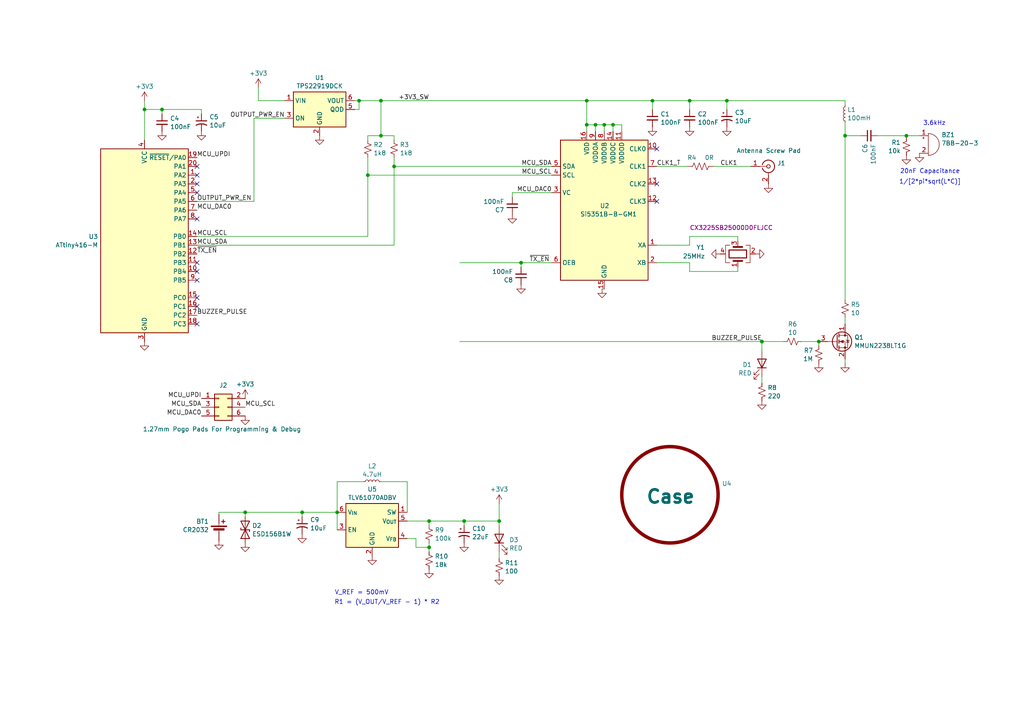
<source format=kicad_sch>
(kicad_sch (version 20231120) (generator "eeschema") (generator_version "8.0")
  (paper "A4")
  (lib_symbols
    (symbol "Connector:Conn_Coaxial" (pin_names (offset 1.016) hide)
      (property "Reference" "J" (at 0.254 3.048 0))
      (property "Value" "Conn_Coaxial" (at 2.921 0 90))
      (symbol "Conn_Coaxial_0_1"
        (arc (start -1.778 -0.508) (mid 0.2311 -1.8066) (end 1.778 0) (stroke (width 0.254)))
        (polyline (pts (xy -2.54 0) (xy -0.508 0)))
        (polyline (pts (xy 0 -2.54) (xy 0 -1.778)))
        (circle (center 0 0) (radius 0.508) (stroke (width 0.2032)))
        (arc (start 1.778 0) (mid 0.2099 1.8101) (end -1.778 0.508) (stroke (width 0.254)))
      )
      (symbol "Conn_Coaxial_1_1"
        (pin passive line (at -5.08 0 0) (length 2.54) (name "In") (number "1"))
        (pin passive line (at 0 -5.08 90) (length 2.54) (name "Ext") (number "2"))
      )
    )
    (symbol "Connector_Generic:Conn_02x03_Odd_Even" (pin_names (offset 1.016) hide)
      (property "Reference" "J" (at 1.27 5.08 0))
      (property "Value" "Conn_02x03_Odd_Even" (at 1.27 -5.08 0))
      (symbol "Conn_02x03_Odd_Even_1_1"
        (rectangle (start -1.27 -2.413) (end 0 -2.667) (stroke (width 0.1524)))
        (rectangle (start -1.27 0.127) (end 0 -0.127) (stroke (width 0.1524)))
        (rectangle (start -1.27 2.667) (end 0 2.413) (stroke (width 0.1524)))
        (rectangle (start -1.27 3.81) (end 3.81 -3.81) (stroke (width 0.254)) (fill (type background)))
        (rectangle (start 3.81 -2.413) (end 2.54 -2.667) (stroke (width 0.1524)))
        (rectangle (start 3.81 0.127) (end 2.54 -0.127) (stroke (width 0.1524)))
        (rectangle (start 3.81 2.667) (end 2.54 2.413) (stroke (width 0.1524)))
        (pin passive line (at -5.08 2.54 0) (length 3.81) (name "Pin_1") (number "1"))
        (pin passive line (at 7.62 2.54 180) (length 3.81) (name "Pin_2") (number "2"))
        (pin passive line (at -5.08 0 0) (length 3.81) (name "Pin_3") (number "3"))
        (pin passive line (at 7.62 0 180) (length 3.81) (name "Pin_4") (number "4"))
        (pin passive line (at -5.08 -2.54 0) (length 3.81) (name "Pin_5") (number "5"))
        (pin passive line (at 7.62 -2.54 180) (length 3.81) (name "Pin_6") (number "6"))
      )
    )
    (symbol "Device:Battery_Cell" (pin_numbers hide) (pin_names (offset 0) hide)
      (property "Reference" "BT1" (at -2.921 3.0536 0))
      (property "Value" "CR2032" (at -2.921 0.6294 0))
      (symbol "Battery_Cell_0_1"
        (rectangle (start -2.286 1.778) (end 2.286 1.524) (fill (type outline)))
        (rectangle (start -1.524 1.016) (end 1.524 0.508) (fill (type outline)))
        (polyline (pts (xy 0 0.762) (xy 0 0)))
        (polyline (pts (xy 0 1.778) (xy 0 2.54)))
        (polyline (pts (xy 0.762 3.048) (xy 1.778 3.048)) (stroke (width 0.254)))
        (polyline (pts (xy 1.27 3.556) (xy 1.27 2.54)) (stroke (width 0.254)))
      )
      (symbol "Battery_Cell_1_1"
        (pin passive line (at 0 5.08 270) (length 2.54) (name "+") (number "1"))
        (pin passive line (at 0 -2.54 90) (length 2.54) (name "2") (number "2"))
      )
    )
    (symbol "Device:C_Polarized_Small_US" (pin_numbers hide) (pin_names (offset 0.254) hide)
      (property "Reference" "C" (at 0.254 1.778 0))
      (property "Value" "C_Polarized_Small_US" (at 0.254 -2.032 0))
      (symbol "C_Polarized_Small_US_0_1"
        (polyline (pts (xy -1.524 0.508) (xy 1.524 0.508)) (stroke (width 0.3048)))
        (polyline (pts (xy -1.27 1.524) (xy -0.762 1.524)))
        (polyline (pts (xy -1.016 1.27) (xy -1.016 1.778)))
        (arc (start 1.524 -0.762) (mid 0 -0.3734) (end -1.524 -0.762) (stroke (width 0.3048)))
      )
      (symbol "C_Polarized_Small_US_1_1"
        (pin passive line (at 0 2.54 270) (length 2.032) (name "~") (number "1"))
        (pin passive line (at 0 -2.54 90) (length 2.032) (name "~") (number "2"))
      )
    )
    (symbol "Device:C_Small" (pin_numbers hide) (pin_names (offset 0.254) hide)
      (property "Reference" "C" (at 0.254 1.778 0))
      (property "Value" "C_Small" (at 0.254 -2.032 0))
      (symbol "C_Small_0_1"
        (polyline (pts (xy -1.524 -0.508) (xy 1.524 -0.508)) (stroke (width 0.3302)))
        (polyline (pts (xy -1.524 0.508) (xy 1.524 0.508)) (stroke (width 0.3048)))
      )
      (symbol "C_Small_1_1"
        (pin passive line (at 0 2.54 270) (length 2.032) (name "~") (number "1"))
        (pin passive line (at 0 -2.54 90) (length 2.032) (name "~") (number "2"))
      )
    )
    (symbol "Device:Crystal_GND24" (pin_names (offset 1.016) hide)
      (property "Reference" "Y" (at 3.175 5.08 0))
      (property "Value" "Crystal_GND24" (at 3.175 3.175 0))
      (symbol "Crystal_GND24_0_1"
        (rectangle (start -1.143 2.54) (end 1.143 -2.54) (stroke (width 0.3048)))
        (polyline (pts (xy -2.54 0) (xy -2.032 0)))
        (polyline (pts (xy -2.032 -1.27) (xy -2.032 1.27)) (stroke (width 0.508)))
        (polyline (pts (xy 0 -3.81) (xy 0 -3.556)))
        (polyline (pts (xy 0 3.556) (xy 0 3.81)))
        (polyline (pts (xy 2.032 -1.27) (xy 2.032 1.27)) (stroke (width 0.508)))
        (polyline (pts (xy 2.032 0) (xy 2.54 0)))
        (polyline (pts (xy -2.54 -2.286) (xy -2.54 -3.556) (xy 2.54 -3.556) (xy 2.54 -2.286)))
        (polyline (pts (xy -2.54 2.286) (xy -2.54 3.556) (xy 2.54 3.556) (xy 2.54 2.286)))
      )
      (symbol "Crystal_GND24_1_1"
        (pin passive line (at -3.81 0 0) (length 1.27) (name "1") (number "1"))
        (pin passive line (at 0 5.08 270) (length 1.27) (name "2") (number "2"))
        (pin passive line (at 3.81 0 180) (length 1.27) (name "3") (number "3"))
        (pin passive line (at 0 -5.08 90) (length 1.27) (name "4") (number "4"))
      )
    )
    (symbol "Device:D_TVS" (pin_numbers hide) (pin_names (offset 1.016) hide)
      (property "Reference" "D" (at 0 2.54 0))
      (property "Value" "D_TVS" (at 0 -2.54 0))
      (symbol "D_TVS_0_1"
        (polyline (pts (xy 1.27 0) (xy -1.27 0)))
        (polyline (pts (xy 0.508 1.27) (xy 0 1.27) (xy 0 -1.27) (xy -0.508 -1.27)) (stroke (width 0.254)))
        (polyline (pts (xy -2.54 1.27) (xy -2.54 -1.27) (xy 2.54 1.27) (xy 2.54 -1.27) (xy -2.54 1.27)) (stroke (width 0.254)))
      )
      (symbol "D_TVS_1_1"
        (pin passive line (at -3.81 0 0) (length 2.54) (name "A1") (number "1"))
        (pin passive line (at 3.81 0 180) (length 2.54) (name "A2") (number "2"))
      )
    )
    (symbol "Device:LED" (pin_numbers hide) (pin_names (offset 1.016) hide)
      (property "Reference" "D" (at 0 2.54 0))
      (property "Value" "LED" (at 0 -2.54 0))
      (symbol "LED_0_1"
        (polyline (pts (xy -1.27 -1.27) (xy -1.27 1.27)) (stroke (width 0.254)))
        (polyline (pts (xy -1.27 0) (xy 1.27 0)))
        (polyline (pts (xy 1.27 -1.27) (xy 1.27 1.27) (xy -1.27 0) (xy 1.27 -1.27)) (stroke (width 0.254)))
        (polyline (pts (xy -3.048 -0.762) (xy -4.572 -2.286) (xy -3.81 -2.286) (xy -4.572 -2.286) (xy -4.572 -1.524)))
        (polyline (pts (xy -1.778 -0.762) (xy -3.302 -2.286) (xy -2.54 -2.286) (xy -3.302 -2.286) (xy -3.302 -1.524)))
      )
      (symbol "LED_1_1"
        (pin passive line (at -3.81 0 0) (length 2.54) (name "K") (number "1"))
        (pin passive line (at 3.81 0 180) (length 2.54) (name "A") (number "2"))
      )
    )
    (symbol "Device:L_Small" (pin_numbers hide) (pin_names (offset 0.254) hide)
      (property "Reference" "L" (at 0.762 1.016 0))
      (property "Value" "L_Small" (at 0.762 -1.016 0))
      (symbol "L_Small_0_1"
        (arc (start 0 -2.032) (mid 0.5058 -1.524) (end 0 -1.016))
        (arc (start 0 -1.016) (mid 0.5058 -0.508) (end 0 0))
        (arc (start 0 0) (mid 0.5058 0.508) (end 0 1.016))
        (arc (start 0 1.016) (mid 0.5058 1.524) (end 0 2.032))
      )
      (symbol "L_Small_1_1"
        (pin passive line (at 0 2.54 270) (length 0.508) (name "~") (number "1"))
        (pin passive line (at 0 -2.54 90) (length 0.508) (name "~") (number "2"))
      )
    )
    (symbol "Device:Q_NMOS_DSG" (pin_names (offset 0) hide)
      (property "Reference" "Q" (at 5.08 1.27 0))
      (property "Value" "Q_NMOS_DSG" (at 5.08 -1.27 0))
      (symbol "Q_NMOS_DSG_0_1"
        (polyline (pts (xy 0.254 0) (xy -2.54 0)))
        (polyline (pts (xy 0.254 1.905) (xy 0.254 -1.905)) (stroke (width 0.254)))
        (polyline (pts (xy 0.762 -1.27) (xy 0.762 -2.286)) (stroke (width 0.254)))
        (polyline (pts (xy 0.762 0.508) (xy 0.762 -0.508)) (stroke (width 0.254)))
        (polyline (pts (xy 0.762 2.286) (xy 0.762 1.27)) (stroke (width 0.254)))
        (polyline (pts (xy 2.54 2.54) (xy 2.54 1.778)))
        (polyline (pts (xy 2.54 -2.54) (xy 2.54 0) (xy 0.762 0)))
        (polyline (pts (xy 0.762 -1.778) (xy 3.302 -1.778) (xy 3.302 1.778) (xy 0.762 1.778)))
        (polyline (pts (xy 1.016 0) (xy 2.032 0.381) (xy 2.032 -0.381) (xy 1.016 0)) (fill (type outline)))
        (polyline (pts (xy 2.794 0.508) (xy 2.921 0.381) (xy 3.683 0.381) (xy 3.81 0.254)))
        (polyline (pts (xy 3.302 0.381) (xy 2.921 -0.254) (xy 3.683 -0.254) (xy 3.302 0.381)))
        (circle (center 1.651 0) (radius 2.794) (stroke (width 0.254)))
        (circle (center 2.54 -1.778) (radius 0.254) (fill (type outline)))
        (circle (center 2.54 1.778) (radius 0.254) (fill (type outline)))
      )
      (symbol "Q_NMOS_DSG_1_1"
        (pin passive line (at 2.54 5.08 270) (length 2.54) (name "D") (number "1"))
        (pin passive line (at 2.54 -5.08 90) (length 2.54) (name "S") (number "2"))
        (pin input line (at -5.08 0 0) (length 2.54) (name "G") (number "3"))
      )
    )
    (symbol "Device:R_Small_US" (pin_numbers hide) (pin_names (offset 0.254) hide)
      (property "Reference" "R" (at 0.762 0.508 0))
      (property "Value" "R_Small_US" (at 0.762 -1.016 0))
      (symbol "R_Small_US_1_1"
        (polyline (pts (xy 0 0) (xy 1.016 -0.381) (xy 0 -0.762) (xy -1.016 -1.143) (xy 0 -1.524)))
        (polyline (pts (xy 0 1.524) (xy 1.016 1.143) (xy 0 0.762) (xy -1.016 0.381) (xy 0 0)))
        (pin passive line (at 0 2.54 270) (length 1.016) (name "~") (number "1"))
        (pin passive line (at 0 -2.54 90) (length 1.016) (name "~") (number "2"))
      )
    )
    (symbol "Device:R_US" (pin_numbers hide) (pin_names (offset 0))
      (property "Reference" "R" (at 2.54 0 90))
      (property "Value" "R_US" (at -2.54 0 90))
      (symbol "R_US_0_1"
        (polyline (pts (xy 0 -2.286) (xy 0 -2.54)))
        (polyline (pts (xy 0 2.286) (xy 0 2.54)))
        (polyline (pts (xy 0 -0.762) (xy 1.016 -1.143) (xy 0 -1.524) (xy -1.016 -1.905) (xy 0 -2.286)))
        (polyline (pts (xy 0 0.762) (xy 1.016 0.381) (xy 0 0) (xy -1.016 -0.381) (xy 0 -0.762)))
        (polyline (pts (xy 0 2.286) (xy 1.016 1.905) (xy 0 1.524) (xy -1.016 1.143) (xy 0 0.762)))
      )
      (symbol "R_US_1_1"
        (pin passive line (at 0 3.81 270) (length 1.27) (name "~") (number "1"))
        (pin passive line (at 0 -3.81 90) (length 1.27) (name "~") (number "2"))
      )
    )
    (symbol "MCU_Microchip_ATtiny:ATtiny416-M"
      (property "Reference" "U6" (at 2.1941 24.4645 0))
      (property "Value" "ATtiny416-M" (at 2.1941 22.0402 0))
      (symbol "ATtiny416-M_0_1"
        (rectangle (start -12.7 20.32) (end 12.7 -33.02) (stroke (width 0.254)) (fill (type background)))
      )
      (symbol "ATtiny416-M_1_1"
        (pin bidirectional line (at 15.24 12.7 180) (length 2.54) (name "PA2") (number "1"))
        (pin bidirectional line (at 15.24 -15.24 180) (length 2.54) (name "PB4") (number "10"))
        (pin bidirectional line (at 15.24 -12.7 180) (length 2.54) (name "PB3") (number "11"))
        (pin bidirectional line (at 15.24 -10.16 180) (length 2.54) (name "PB2") (number "12"))
        (pin bidirectional line (at 15.24 -7.62 180) (length 2.54) (name "PB1") (number "13"))
        (pin bidirectional line (at 15.24 -5.08 180) (length 2.54) (name "PB0") (number "14"))
        (pin bidirectional line (at 15.24 -22.86 180) (length 2.54) (name "PC0") (number "15"))
        (pin bidirectional line (at 15.24 -25.4 180) (length 2.54) (name "PC1") (number "16"))
        (pin bidirectional line (at 15.24 -27.94 180) (length 2.54) (name "PC2") (number "17"))
        (pin bidirectional line (at 15.24 -30.48 180) (length 2.54) (name "PC3") (number "18"))
        (pin bidirectional line (at 15.24 17.78 180) (length 2.54) (name "~{RESET}/PA0") (number "19"))
        (pin bidirectional line (at 15.24 10.16 180) (length 2.54) (name "PA3") (number "2"))
        (pin bidirectional line (at 15.24 15.24 180) (length 2.54) (name "PA1") (number "20"))
        (pin passive line (at 0 -35.56 90) (length 2.54) hide (name "GND") (number "21"))
        (pin power_in line (at 0 -35.56 90) (length 2.54) (name "GND") (number "3"))
        (pin power_in line (at 0 22.86 270) (length 2.54) (name "VCC") (number "4"))
        (pin bidirectional line (at 15.24 7.62 180) (length 2.54) (name "PA4") (number "5"))
        (pin bidirectional line (at 15.24 5.08 180) (length 2.54) (name "PA5") (number "6"))
        (pin bidirectional line (at 15.24 2.54 180) (length 2.54) (name "PA6") (number "7"))
        (pin bidirectional line (at 15.24 0 180) (length 2.54) (name "PA7") (number "8"))
        (pin bidirectional line (at 15.24 -17.78 180) (length 2.54) (name "PB5") (number "9"))
      )
    )
    (symbol "Regulator_Switching:TLV61070ADBV"
      (property "Reference" "U" (at -7.62 8.89 0))
      (property "Value" "TLV61070ADBV" (at 0 8.89 0))
      (symbol "TLV61070ADBV_0_1"
        (rectangle (start -7.62 7.62) (end 7.62 -5.08) (stroke (width 0.254)) (fill (type background)))
      )
      (symbol "TLV61070ADBV_1_1"
        (pin input line (at 10.16 5.08 180) (length 2.54) (name "SW") (number "1"))
        (pin power_in line (at 0 -7.62 90) (length 2.54) (name "GND") (number "2"))
        (pin input line (at -10.16 0 0) (length 2.54) (name "EN") (number "3"))
        (pin input line (at 10.16 -2.54 180) (length 2.54) (name "V_{FB}") (number "4"))
        (pin power_out line (at 10.16 2.54 180) (length 2.54) (name "V_{OUT}") (number "5"))
        (pin power_in line (at -10.16 5.08 0) (length 2.54) (name "V_{IN}") (number "6"))
      )
    )
    (symbol "library:Buzzer_Pad_NEG" (pin_names (offset 0.0254) hide)
      (property "Reference" "BZ1" (at 3.7962 1.2122 0))
      (property "Value" "7BB-20-3" (at 3.7962 -1.2121 0))
      (symbol "Buzzer_Pad_NEG_0_1"
        (arc (start 0 -3.175) (mid 2.2451 -2.2451) (end 3.175 0))
        (polyline (pts (xy 0 0) (xy 0 -3.175)))
      )
      (symbol "Buzzer_Pad_NEG_1_1"
        (pin passive line (at -2.54 -2.54 0) (length 2.54) (name "-") (number "2"))
      )
    )
    (symbol "library:Buzzer_Pad_POS" (pin_names (offset 0.0254) hide)
      (property "Reference" "BZ1" (at 3.7962 1.2122 0))
      (property "Value" "7BB-20-3" (at 3.7962 -1.2121 0))
      (symbol "Buzzer_Pad_POS_0_1"
        (polyline (pts (xy -1.651 1.905) (xy -1.143 1.905)))
        (polyline (pts (xy -1.397 2.159) (xy -1.397 1.651)))
        (polyline (pts (xy 0 3.175) (xy 0 0)))
        (arc (start 3.175 0) (mid 2.2451 2.2451) (end 0 3.175))
      )
      (symbol "Buzzer_Pad_POS_1_1"
        (pin passive line (at -2.54 2.54 0) (length 2.54) (name "+") (number "1"))
      )
    )
    (symbol "library:Case"
      (property "Reference" "U" (at 0 0 0))
      (symbol "Case_1_1"
        (circle (center 0 0) (radius 13.97) (stroke (width 1)))
      )
    )
    (symbol "library:Si5351B-B-GM1"
      (property "Reference" "U2" (at -1.27 1.27 0))
      (property "Value" "Si5351B-B-GM1" (at -6.985 -1.1542 0))
      (symbol "Si5351B-B-GM1_1_1"
        (rectangle (start -12.7 20.32) (end 12.7 -20.32) (stroke (width 0.254)) (fill (type background)))
        (pin input line (at 15.24 -10.16 180) (length 2.54) (name "XA") (number "1"))
        (pin output line (at 15.24 17.78 180) (length 2.54) (name "CLK0") (number "10"))
        (pin power_in line (at 5.08 22.86 270) (length 2.54) (name "VDDOD") (number "11"))
        (pin output line (at 15.24 2.54 180) (length 2.54) (name "CLK3") (number "12"))
        (pin output line (at 15.24 7.62 180) (length 2.54) (name "CLK2") (number "13"))
        (pin power_in line (at 2.54 22.86 270) (length 2.54) (name "VDDOC") (number "14"))
        (pin power_in line (at 0 -22.86 90) (length 2.54) (name "GND") (number "15"))
        (pin power_in line (at -5.08 22.86 270) (length 2.54) (name "VDD") (number "16"))
        (pin power_in line (at 0 -22.86 90) (length 2.54) hide (name "GND") (number "17"))
        (pin input line (at 15.24 -15.24 180) (length 2.54) (name "XB") (number "2"))
        (pin input line (at -15.24 5.08 0) (length 2.54) (name "VC") (number "3"))
        (pin input line (at -15.24 10.16 0) (length 2.54) (name "SCL") (number "4"))
        (pin bidirectional line (at -15.24 12.7 0) (length 2.54) (name "SDA") (number "5"))
        (pin input line (at -15.24 -15.24 0) (length 2.54) (name "OEB") (number "6"))
        (pin output line (at 15.24 12.7 180) (length 2.54) (name "CLK1") (number "7"))
        (pin power_in line (at 0 22.86 270) (length 2.54) (name "VDDOB") (number "8"))
        (pin power_in line (at -2.54 22.86 270) (length 2.54) (name "VDDOA") (number "9"))
      )
    )
    (symbol "library:TPS22919DCK"
      (property "Reference" "U5" (at 0 9.2245 0))
      (property "Value" "TPS22919DCK" (at 0 6.8002 0))
      (symbol "TPS22919DCK_0_1"
        (rectangle (start -7.62 5.08) (end 7.62 -5.08) (stroke (width 0.254)) (fill (type background)))
      )
      (symbol "TPS22919DCK_1_1"
        (pin power_in line (at -10.16 2.54 0) (length 2.54) (name "VIN") (number "1"))
        (pin power_in line (at 0 -7.62 90) (length 2.54) (name "GND") (number "2"))
        (pin input line (at -10.16 -2.54 0) (length 2.54) (name "ON") (number "3"))
        (pin open_collector line (at 10.16 0 180) (length 2.54) (name "QOD") (number "5"))
        (pin power_out line (at 10.16 2.54 180) (length 2.54) (name "VOUT") (number "6"))
      )
    )
    (symbol "power:+3V3" (power) (pin_names (offset 0))
      (property "Value" "+3V3" (at 0 3.556 0))
      (symbol "+3V3_0_1"
        (polyline (pts (xy -0.762 1.27) (xy 0 2.54)))
        (polyline (pts (xy 0 0) (xy 0 2.54)))
        (polyline (pts (xy 0 2.54) (xy 0.762 1.27)))
      )
      (symbol "+3V3_1_1"
        (pin power_in line (at 0 0 90) (length 0) hide (name "+3V3") (number "1"))
      )
    )
    (symbol "power:GND" (power) (pin_names (offset 0))
      (property "Value" "GND" (at 0 -3.81 0))
      (symbol "GND_0_1"
        (polyline (pts (xy 0 0) (xy 0 -1.27) (xy 1.27 -1.27) (xy 0 -2.54) (xy -1.27 -1.27) (xy 0 -1.27)))
      )
      (symbol "GND_1_1"
        (pin power_in line (at 0 0 270) (length 0) hide (name "GND") (number "1"))
      )
    )
  )
  (junction (at 134.62 151.13))
  (junction (at 124.46 151.13))
  (junction (at 144.78 151.13))
  (junction (at 46.99 31.75))
  (junction (at 189.23 29.21))
  (junction (at 262.89 39.37))
  (junction (at 200.025 29.21))
  (junction (at 104.14 29.21))
  (junction (at 177.8 36.195))
  (junction (at 170.18 36.195))
  (junction (at 172.72 36.195))
  (junction (at 87.63 148.59))
  (junction (at 151.13 76.2))
  (junction (at 237.49 99.06))
  (junction (at 41.91 31.75))
  (junction (at 114.3 48.26))
  (junction (at 97.79 148.59))
  (junction (at 71.12 148.59))
  (junction (at 245.11 39.37))
  (junction (at 124.46 158.75))
  (junction (at 170.18 29.21))
  (junction (at 106.68 50.8))
  (junction (at 175.26 36.195))
  (junction (at 210.82 29.21))
  (junction (at 110.49 39.37))
  (junction (at 220.98 99.06))
  (junction (at 110.49 29.21))
  (no_connect (at 190.5 43.18))
  (no_connect (at 57.15 88.9))
  (no_connect (at 57.15 78.74))
  (no_connect (at 190.5 58.42))
  (no_connect (at 57.15 55.88))
  (no_connect (at 57.15 48.26))
  (no_connect (at 57.15 50.8))
  (no_connect (at 57.15 86.36))
  (no_connect (at 57.15 63.5))
  (no_connect (at 57.15 53.34))
  (no_connect (at 190.5 53.34))
  (no_connect (at 57.15 81.28))
  (no_connect (at 57.15 76.2))
  (no_connect (at 57.15 93.98))
  (wire (pts (xy 200.025 76.2) (xy 190.5 76.2)))
  (wire (pts (xy 74.93 25.4) (xy 74.93 29.21)))
  (wire (pts (xy 200.025 31.75) (xy 200.025 29.21)))
  (wire (pts (xy 106.68 45.72) (xy 106.68 50.8)))
  (wire (pts (xy 105.41 139.7) (xy 97.79 139.7)))
  (wire (pts (xy 180.34 36.195) (xy 177.8 36.195)))
  (wire (pts (xy 63.5 148.59) (xy 71.12 148.59)))
  (wire (pts (xy 73.66 34.29) (xy 82.55 34.29)))
  (wire (pts (xy 134.62 152.4) (xy 134.62 151.13)))
  (wire (pts (xy 46.99 31.75) (xy 58.42 31.75)))
  (wire (pts (xy 210.82 29.21) (xy 210.82 31.75)))
  (wire (pts (xy 46.99 33.02) (xy 46.99 31.75)))
  (wire (pts (xy 144.78 152.4) (xy 144.78 151.13)))
  (wire (pts (xy 106.68 50.8) (xy 106.68 68.58)))
  (wire (pts (xy 114.3 48.26) (xy 160.02 48.26)))
  (wire (pts (xy 245.11 104.14) (xy 245.11 105.41)))
  (wire (pts (xy 41.91 29.21) (xy 41.91 31.75)))
  (wire (pts (xy 71.12 148.59) (xy 87.63 148.59)))
  (wire (pts (xy 148.59 55.88) (xy 160.02 55.88)))
  (wire (pts (xy 144.78 146.05) (xy 144.78 151.13)))
  (wire (pts (xy 114.3 48.26) (xy 114.3 71.12)))
  (wire (pts (xy 170.18 29.21) (xy 189.23 29.21)))
  (wire (pts (xy 124.46 152.4) (xy 124.46 151.13)))
  (wire (pts (xy 175.26 36.195) (xy 177.8 36.195)))
  (wire (pts (xy 175.26 36.195) (xy 175.26 38.1)))
  (wire (pts (xy 170.18 29.21) (xy 170.18 36.195)))
  (wire (pts (xy 151.13 76.2) (xy 151.13 77.47)))
  (wire (pts (xy 124.46 151.13) (xy 118.11 151.13)))
  (wire (pts (xy 245.11 39.37) (xy 245.11 86.995)))
  (wire (pts (xy 114.3 71.12) (xy 57.15 71.12)))
  (wire (pts (xy 97.79 139.7) (xy 97.79 148.59)))
  (wire (pts (xy 245.11 39.37) (xy 249.555 39.37)))
  (wire (pts (xy 172.72 38.1) (xy 172.72 36.195)))
  (wire (pts (xy 151.13 76.2) (xy 133.35 76.2)))
  (wire (pts (xy 189.23 31.75) (xy 189.23 29.21)))
  (wire (pts (xy 144.78 160.02) (xy 144.78 161.925)))
  (wire (pts (xy 124.46 158.75) (xy 124.46 160.02)))
  (wire (pts (xy 200.025 71.12) (xy 190.5 71.12)))
  (wire (pts (xy 144.78 151.13) (xy 134.62 151.13)))
  (wire (pts (xy 213.995 78.74) (xy 213.995 77.47)))
  (wire (pts (xy 120.65 156.21) (xy 120.65 158.75)))
  (wire (pts (xy 177.8 36.195) (xy 177.8 38.1)))
  (wire (pts (xy 245.11 35.56) (xy 245.11 39.37)))
  (wire (pts (xy 207.01 48.26) (xy 217.805 48.26)))
  (wire (pts (xy 220.98 109.22) (xy 220.98 111.125)))
  (wire (pts (xy 118.11 148.59) (xy 118.11 139.7)))
  (wire (pts (xy 110.49 29.21) (xy 110.49 39.37)))
  (wire (pts (xy 110.49 39.37) (xy 106.68 39.37)))
  (wire (pts (xy 210.82 29.21) (xy 245.11 29.21)))
  (wire (pts (xy 148.59 55.88) (xy 148.59 57.15)))
  (wire (pts (xy 106.68 50.8) (xy 160.02 50.8)))
  (wire (pts (xy 180.34 38.1) (xy 180.34 36.195)))
  (wire (pts (xy 87.63 148.59) (xy 97.79 148.59)))
  (wire (pts (xy 106.68 39.37) (xy 106.68 40.64)))
  (wire (pts (xy 104.14 29.21) (xy 110.49 29.21)))
  (wire (pts (xy 220.98 99.06) (xy 227.33 99.06)))
  (wire (pts (xy 213.995 69.85) (xy 213.995 68.58)))
  (wire (pts (xy 63.5 149.225) (xy 63.5 148.59)))
  (wire (pts (xy 245.11 30.48) (xy 245.11 29.21)))
  (wire (pts (xy 213.995 68.58) (xy 200.025 68.58)))
  (wire (pts (xy 200.025 76.2) (xy 200.025 78.74)))
  (wire (pts (xy 262.89 40.005) (xy 262.89 39.37)))
  (wire (pts (xy 232.41 99.06) (xy 237.49 99.06)))
  (wire (pts (xy 104.14 31.75) (xy 104.14 29.21)))
  (wire (pts (xy 175.26 83.82) (xy 174.625 83.82)))
  (wire (pts (xy 73.66 58.42) (xy 73.66 34.29)))
  (wire (pts (xy 220.98 99.06) (xy 220.98 101.6)))
  (wire (pts (xy 262.89 39.37) (xy 266.7 39.37)))
  (wire (pts (xy 190.5 48.26) (xy 199.39 48.26)))
  (wire (pts (xy 110.49 29.21) (xy 170.18 29.21)))
  (wire (pts (xy 74.93 29.21) (xy 82.55 29.21)))
  (wire (pts (xy 102.87 29.21) (xy 104.14 29.21)))
  (wire (pts (xy 170.18 36.195) (xy 170.18 38.1)))
  (wire (pts (xy 200.025 78.74) (xy 213.995 78.74)))
  (wire (pts (xy 134.62 151.13) (xy 124.46 151.13)))
  (wire (pts (xy 189.23 29.21) (xy 200.025 29.21)))
  (wire (pts (xy 237.49 99.06) (xy 237.49 100.33)))
  (wire (pts (xy 114.3 45.72) (xy 114.3 48.26)))
  (wire (pts (xy 71.12 148.59) (xy 71.12 149.86)))
  (wire (pts (xy 200.025 68.58) (xy 200.025 71.12)))
  (wire (pts (xy 245.11 93.98) (xy 245.11 92.075)))
  (wire (pts (xy 151.13 76.2) (xy 160.02 76.2)))
  (wire (pts (xy 170.18 36.195) (xy 172.72 36.195)))
  (wire (pts (xy 97.79 148.59) (xy 97.79 153.67)))
  (wire (pts (xy 106.68 68.58) (xy 57.15 68.58)))
  (wire (pts (xy 102.87 31.75) (xy 104.14 31.75)))
  (wire (pts (xy 124.46 157.48) (xy 124.46 158.75)))
  (wire (pts (xy 172.72 36.195) (xy 175.26 36.195)))
  (wire (pts (xy 41.91 31.75) (xy 41.91 40.64)))
  (wire (pts (xy 254.635 39.37) (xy 262.89 39.37)))
  (wire (pts (xy 200.025 29.21) (xy 210.82 29.21)))
  (wire (pts (xy 120.65 158.75) (xy 124.46 158.75)))
  (wire (pts (xy 58.42 31.75) (xy 58.42 33.02)))
  (wire (pts (xy 114.3 40.64) (xy 114.3 39.37)))
  (wire (pts (xy 118.11 156.21) (xy 120.65 156.21)))
  (wire (pts (xy 41.91 31.75) (xy 46.99 31.75)))
  (wire (pts (xy 220.98 99.06) (xy 133.35 99.06)))
  (wire (pts (xy 57.15 58.42) (xy 73.66 58.42)))
  (wire (pts (xy 114.3 39.37) (xy 110.49 39.37)))
  (wire (pts (xy 87.63 149.86) (xy 87.63 148.59)))
  (wire (pts (xy 118.11 139.7) (xy 110.49 139.7)))
  (text "20nF Capacitance" (at 269.748 49.784 0) (effects (font (size 1.27 1.27))))
  (text "3.6kHz" (at 271.018 35.814 0) (effects (font (size 1.27 1.27))))
  (text "1/[2*pi*sqrt(L*C)]" (at 269.748 52.832 0) (effects (font (size 1.27 1.27))))
  (text "V_REF = 500mV" (at 104.902 171.958 0) (effects (font (size 1.27 1.27))))
  (text "R1 = (V_OUT/V_REF - 1) * R2" (at 112.268 174.752 0) (effects (font (size 1.27 1.27))))
  (label "CLK1_T" (at 190.5 48.26 0))
  (label "MCU_UPDI" (at 57.15 45.72 0))
  (label "MCU_DAC0" (at 58.42 120.65 180))
  (label "OUTPUT_PWR_EN" (at 82.55 34.29 180))
  (label "+3V3_SW" (at 115.57 29.21 0))
  (label "MCU_SCL" (at 71.12 118.11 0))
  (label "OUTPUT_PWR_EN" (at 57.15 58.42 0))
  (label "MCU_SCL" (at 160.02 50.8 180))
  (label "~{TX_EN}" (at 57.15 73.66 0))
  (label "BUZZER_PULSE" (at 220.98 99.06 180))
  (label "BUZZER_PULSE" (at 57.15 91.44 0))
  (label "~{TX_EN}" (at 159.385 76.2 180))
  (label "MCU_SCL" (at 57.15 68.58 0))
  (label "MCU_SDA" (at 58.42 118.11 180))
  (label "CLK1" (at 208.915 48.26 0))
  (label "MCU_DAC0" (at 160.02 55.88 180))
  (label "MCU_SDA" (at 57.15 71.12 0))
  (label "MCU_SDA" (at 160.02 48.26 180))
  (label "MCU_DAC0" (at 57.15 60.96 0))
  (label "MCU_UPDI" (at 58.42 115.57 180))
  (symbol (lib_id "power:GND") (at 262.89 45.085 0) (mirror y) (unit 1)
    (property "Reference" "#PWR011" (effects (hide yes)))
    (property "Value" "GND" (effects (hide yes)))
  )
  (symbol (lib_id "Device:R_Small_US") (at 245.11 89.535 180) (unit 1)
    (property "Reference" "R5" (at 246.761 88.3229 0) (effects (justify right)))
    (property "Value" "10" (at 246.761 90.7471 0) (effects (justify right)))
    (property "Footprint" "Library:Worthington_R_0402_1005Metric" (effects (hide yes)))
  )
  (symbol (lib_id "Device:C_Polarized_Small_US") (at 58.42 35.56 0) (unit 1)
    (property "Reference" "C5" (at 60.7314 33.9161 0) (effects (justify left)))
    (property "Value" "10uF" (at 60.7314 36.3403 0) (effects (justify left)))
    (property "Footprint" "Library:Worthington_C_0402_1005Metric" (effects (hide yes)))
  )
  (symbol (lib_id "power:GND") (at 222.885 53.34 0) (mirror y) (unit 1)
    (property "Reference" "#PWR013" (effects (hide yes)))
    (property "Value" "GND" (effects (hide yes)))
  )
  (symbol (lib_id "power:GND") (at 92.71 39.37 0) (unit 1)
    (property "Reference" "#PWR09" (effects (hide yes)))
    (property "Value" "GND" (effects (hide yes)))
  )
  (symbol (lib_id "power:GND") (at 189.23 36.83 0) (unit 1)
    (property "Reference" "#PWR03" (effects (hide yes)))
    (property "Value" "GND" (effects (hide yes)))
  )
  (symbol (lib_id "Device:R_Small_US") (at 262.89 42.545 0) (mirror y) (unit 1)
    (property "Reference" "R1" (at 261.239 41.3329 0) (effects (justify left)))
    (property "Value" "10k" (at 261.239 43.7571 0) (effects (justify left)))
    (property "Footprint" "Library:Worthington_R_0402_1005Metric" (effects (hide yes)))
  )
  (symbol (lib_id "power:+3V3") (at 41.91 29.21 0) (unit 1)
    (property "Reference" "#PWR02" (effects (hide yes)))
    (property "Value" "+3V3" (at 41.91 25.0769 0))
  )
  (symbol (lib_id "power:GND") (at 200.025 36.83 0) (unit 1)
    (property "Reference" "#PWR04" (effects (hide yes)))
    (property "Value" "GND" (effects (hide yes)))
  )
  (symbol (lib_id "power:GND") (at 41.91 99.06 0) (mirror y) (unit 1)
    (property "Reference" "#PWR018" (effects (hide yes)))
    (property "Value" "GND" (effects (hide yes)))
  )
  (symbol (lib_id "power:+3V3") (at 74.93 25.4 0) (unit 1)
    (property "Reference" "#PWR01" (effects (hide yes)))
    (property "Value" "+3V3" (at 74.93 21.2669 0))
  )
  (symbol (lib_id "Device:R_Small_US") (at 144.78 164.465 0) (unit 1)
    (property "Reference" "R11" (at 146.431 163.2529 0) (effects (justify left)))
    (property "Value" "100" (at 146.431 165.6771 0) (effects (justify left)))
    (property "Footprint" "Library:Worthington_R_0402_1005Metric" (effects (hide yes)))
  )
  (symbol (lib_id "Device:C_Small") (at 151.13 80.01 180) (unit 1)
    (property "Reference" "C8" (at 148.8059 81.2158 0) (effects (justify left)))
    (property "Value" "100nF" (at 148.8059 78.7916 0) (effects (justify left)))
    (property "Footprint" "Library:Worthington_C_0402_1005Metric" (effects (hide yes)))
  )
  (symbol (lib_id "power:GND") (at 208.915 73.66 270) (mirror x) (unit 1)
    (property "Reference" "#PWR014" (effects (hide yes)))
    (property "Value" "GND" (effects (hide yes)))
  )
  (symbol (lib_id "power:GND") (at 245.11 105.41 0) (mirror y) (unit 1)
    (property "Reference" "#PWR020" (effects (hide yes)))
    (property "Value" "GND" (effects (hide yes)))
  )
  (symbol (lib_id "power:GND") (at 174.625 83.82 0) (mirror y) (unit 1)
    (property "Reference" "#PWR017" (effects (hide yes)))
    (property "Value" "GND" (effects (hide yes)))
  )
  (symbol (lib_id "library:Case") (at 194.31 143.51 0) (unit 1)
    (property "Reference" "U4" (at 209.415 140.2547 0) (effects (justify left)))
    (property "Value" "Case" (at 186.944 144.018 0) (effects (font (size 3.81 3.81) (thickness 0.762) (bold yes)) (justify left)))
    (property "Footprint" "Library:Case_CR2032" (effects (hide yes)))
  )
  (symbol (lib_id "Regulator_Switching:TLV61070ADBV") (at 107.95 153.67 0) (unit 1)
    (property "Reference" "U5" (at 107.95 141.9055 0))
    (property "Value" "TLV61070ADBV" (at 107.95 144.3298 0))
    (property "Footprint" "Package_TO_SOT_SMD:SOT-23-6" (effects (hide yes)))
    (property "Datasheet" "https://www.ti.com/lit/ds/symlink/tlv61070a.pdf" (effects (hide yes)))
    (property "Description" "Boost Converter, 2.5A switch current limit, 2.2-5.5V Output Voltage, 0.5-5.5V Input Voltage, SOT-23-6" (effects (hide yes)))
  )
  (symbol (lib_id "Device:C_Polarized_Small_US") (at 87.63 152.4 0) (unit 1)
    (property "Reference" "C9" (at 89.9414 150.756 0) (effects (justify left)))
    (property "Value" "10uF" (at 89.9414 153.1803 0) (effects (justify left)))
    (property "Footprint" "Library:Worthington_C_0402_1005Metric" (effects (hide yes)))
  )
  (symbol (lib_id "Device:LED") (at 144.78 156.21 90) (unit 1)
    (property "Reference" "D3" (at 147.701 156.5854 90) (effects (justify right)))
    (property "Value" "RED" (at 147.701 159.0096 90) (effects (justify right)))
    (property "Footprint" "Library:Worthington_LED_0402_1005Metric" (effects (hide yes)))
  )
  (symbol (lib_id "Device:C_Small") (at 46.99 35.56 0) (unit 1)
    (property "Reference" "C4" (at 49.3141 34.3542 0) (effects (justify left)))
    (property "Value" "100nF" (at 49.3141 36.7784 0) (effects (justify left)))
    (property "Footprint" "Library:Worthington_C_0402_1005Metric" (effects (hide yes)))
  )
  (symbol (lib_id "power:GND") (at 148.59 62.23 0) (mirror y) (unit 1)
    (property "Reference" "#PWR012" (effects (hide yes)))
    (property "Value" "GND" (effects (hide yes)))
  )
  (symbol (lib_id "power:GND") (at 58.42 38.1 0) (mirror y) (unit 1)
    (property "Reference" "#PWR07" (effects (hide yes)))
    (property "Value" "GND" (effects (hide yes)))
  )
  (symbol (lib_id "Device:R_Small_US") (at 114.3 43.18 0) (unit 1)
    (property "Reference" "R3" (at 115.951 41.9679 0) (effects (justify left)))
    (property "Value" "1k8" (at 115.951 44.3921 0) (effects (justify left)))
    (property "Footprint" "Resistor_SMD:R_0603_1608Metric" (effects (hide yes)))
  )
  (symbol (lib_id "power:GND") (at 71.12 120.65 0) (unit 1)
    (property "Reference" "#PWR023" (effects (hide yes)))
    (property "Value" "GND" (effects (hide yes)))
  )
  (symbol (lib_id "power:GND") (at 144.78 167.005 0) (mirror y) (unit 1)
    (property "Reference" "#PWR031" (effects (hide yes)))
    (property "Value" "GND" (effects (hide yes)))
  )
  (symbol (lib_id "Connector:Conn_Coaxial") (at 222.885 48.26 0) (unit 1)
    (property "Reference" "J1" (at 225.4251 47.341 0) (effects (justify left)))
    (property "Value" "Antenna Screw Pad" (at 213.614 43.688 0) (effects (justify left)))
    (property "Footprint" "Library:RF_Solder_Pad" (effects (hide yes)))
  )
  (symbol (lib_id "power:GND") (at 124.46 165.1 0) (mirror y) (unit 1)
    (property "Reference" "#PWR030" (effects (hide yes)))
    (property "Value" "GND" (effects (hide yes)))
  )
  (symbol (lib_id "Device:R_Small_US") (at 124.46 162.56 0) (unit 1)
    (property "Reference" "R10" (at 126.111 161.3478 0) (effects (justify left)))
    (property "Value" "18k" (at 126.111 163.7721 0) (effects (justify left)))
    (property "Footprint" "Library:Worthington_R_0402_1005Metric" (effects (hide yes)))
  )
  (symbol (lib_id "power:+3V3") (at 144.78 146.05 0) (unit 1)
    (property "Reference" "#PWR024" (effects (hide yes)))
    (property "Value" "+3V3" (at 144.78 141.9169 0))
  )
  (symbol (lib_id "library:Buzzer_Pad_NEG") (at 269.24 41.91 0) (unit 1)
    (property "Reference" "BZ2-1" (effects (hide yes)))
    (property "Value" "7BB-20-3" (effects (hide yes)))
    (property "Footprint" "Library:Buzzer_Pad_NEG" (effects (hide yes)))
  )
  (symbol (lib_id "Device:C_Small") (at 148.59 59.69 180) (unit 1)
    (property "Reference" "C7" (at 146.2659 60.8958 0) (effects (justify left)))
    (property "Value" "100nF" (at 146.2659 58.4716 0) (effects (justify left)))
    (property "Footprint" "Library:Worthington_C_0402_1005Metric" (effects (hide yes)))
  )
  (symbol (lib_id "Device:Battery_Cell") (at 63.5 154.305 0) (unit 1)
    (property "Reference" "BT1" (at 60.579 151.2514 0) (effects (justify right)))
    (property "Value" "CR2032" (at 60.579 153.6756 0) (effects (justify right)))
    (property "Footprint" "Library:BatteryHolder_Keystone_3034_1x20mm_CUTOUT" (effects (hide yes)))
  )
  (symbol (lib_id "power:GND") (at 46.99 38.1 0) (unit 1)
    (property "Reference" "#PWR06" (effects (hide yes)))
    (property "Value" "GND" (effects (hide yes)))
  )
  (symbol (lib_id "power:+3V3") (at 71.12 115.57 0) (unit 1)
    (property "Reference" "#PWR021" (effects (hide yes)))
    (property "Value" "+3V3" (at 71.12 111.4369 0))
  )
  (symbol (lib_id "Device:R_Small_US") (at 237.49 102.87 0) (mirror y) (unit 1)
    (property "Reference" "R7" (at 235.839 101.6579 0) (effects (justify left)))
    (property "Value" "1M" (at 235.839 104.0821 0) (effects (justify left)))
    (property "Footprint" "Library:Worthington_R_0402_1005Metric" (effects (hide yes)))
  )
  (symbol (lib_id "power:GND") (at 71.12 157.48 0) (mirror y) (unit 1)
    (property "Reference" "#PWR026" (effects (hide yes)))
    (property "Value" "GND" (effects (hide yes)))
  )
  (symbol (lib_id "Device:C_Polarized_Small_US") (at 134.62 154.94 0) (unit 1)
    (property "Reference" "C10" (at 136.9314 153.2961 0) (effects (justify left)))
    (property "Value" "22uF" (at 136.9314 155.7203 0) (effects (justify left)))
    (property "Footprint" "Capacitor_SMD:C_0603_1608Metric" (effects (hide yes)))
  )
  (symbol (lib_id "MCU_Microchip_ATtiny:ATtiny416-M") (at 41.91 63.5 0) (unit 1)
    (property "Reference" "U3" (at 28.448 68.6378 0) (effects (justify right)))
    (property "Value" "ATtiny416-M" (at 28.448 71.0621 0) (effects (justify right)))
    (property "Footprint" "Package_DFN_QFN:VQFN-20-1EP_3x3mm_P0.4mm_EP1.7x1.7mm" (effects (hide yes)))
    (property "Datasheet" "http://ww1.microchip.com/downloads/en/DeviceDoc/40001913A.pdf" (effects (hide yes)))
    (property "Description" "20MHz, 4kB Flash, 256B SRAM, 128B EEPROM, VQFN-20" (effects (hide yes)))
  )
  (symbol (lib_id "power:GND") (at 151.13 82.55 0) (mirror y) (unit 1)
    (property "Reference" "#PWR016" (effects (hide yes)))
    (property "Value" "GND" (effects (hide yes)))
  )
  (symbol (lib_id "power:GND") (at 134.62 157.48 0) (mirror y) (unit 1)
    (property "Reference" "#PWR028" (effects (hide yes)))
    (property "Value" "GND" (effects (hide yes)))
  )
  (symbol (lib_id "Device:L_Small") (at 245.11 33.02 180) (unit 1)
    (property "Reference" "L1" (at 245.745 31.8079 0) (effects (justify right)))
    (property "Value" "100mH" (at 245.745 34.2321 0) (effects (justify right)))
    (property "Footprint" "Inductor_THT:L_Axial_L12.0mm_D5.0mm_P15.24mm_Horizontal_Fastron_MISC" (effects (hide yes)))
    (property "Field5" "B82144A2107J000" (effects (hide yes)))
  )
  (symbol (lib_id "power:GND") (at 237.49 105.41 0) (mirror y) (unit 1)
    (property "Reference" "#PWR019" (effects (hide yes)))
    (property "Value" "GND" (effects (hide yes)))
  )
  (symbol (lib_id "power:GND") (at 220.98 116.205 0) (unit 1)
    (property "Reference" "#PWR022" (effects (hide yes)))
    (property "Value" "GND" (effects (hide yes)))
  )
  (symbol (lib_id "power:GND") (at 219.075 73.66 90) (mirror x) (unit 1)
    (property "Reference" "#PWR015" (effects (hide yes)))
    (property "Value" "GND" (effects (hide yes)))
  )
  (symbol (lib_id "library:Si5351B-B-GM1") (at 175.26 60.96 0) (unit 1)
    (property "Reference" "U2" (at 173.99 59.69 0) (effects (justify left)))
    (property "Value" "Si5351B-B-GM1" (at 168.275 62.1142 0) (effects (justify left)))
    (property "Footprint" "Package_DFN_QFN:QFN-16-1EP_3x3mm_P0.5mm_EP1.45x1.45mm" (effects (hide yes)))
    (property "Datasheet" "https://www.skyworksinc.com/-/media/Skyworks/SL/documents/public/data-sheets/Si5351-B.pdf" (effects (hide yes)))
  )
  (symbol (lib_id "library:Buzzer_Pad_POS") (at 269.24 41.91 0) (unit 1)
    (property "Reference" "BZ1" (at 273.05 39.1103 0) (effects (justify left)))
    (property "Value" "7BB-20-3" (at 273.05 41.5346 0) (effects (justify left)))
    (property "Footprint" "Library:Buzzer_Pad_POS" (effects (hide yes)))
  )
  (symbol (lib_id "Device:R_Small_US") (at 220.98 113.665 0) (mirror y) (unit 1)
    (property "Reference" "R8" (at 222.631 112.4528 0) (effects (justify right)))
    (property "Value" "220" (at 222.631 114.8771 0) (effects (justify right)))
    (property "Footprint" "Library:Worthington_R_0402_1005Metric" (effects (hide yes)))
  )
  (symbol (lib_id "power:GND") (at 210.82 36.83 0) (unit 1)
    (property "Reference" "#PWR05" (effects (hide yes)))
    (property "Value" "GND" (effects (hide yes)))
  )
  (symbol (lib_id "Device:C_Small") (at 252.095 39.37 90) (mirror x) (unit 1)
    (property "Reference" "C6" (at 250.8892 41.6941 0) (effects (justify left)))
    (property "Value" "100nF" (at 253.3134 41.6941 0) (effects (justify left)))
    (property "Footprint" "Library:Worthington_C_0402_1005Metric" (effects (hide yes)))
  )
  (symbol (lib_id "Device:D_TVS") (at 71.12 153.67 90) (unit 1)
    (property "Reference" "D2" (at 73.152 152.4578 90) (effects (justify right)))
    (property "Value" "ESD156B1W" (at 73.152 154.8821 90) (effects (justify right)))
    (property "Footprint" "Diode_SMD:D_0201_0603Metric" (effects (hide yes)))
    (property "Datasheet" "https://www.infineon.com/dgdl/Infineon-ESD156-B1-W0201-DataSheet-v01_02-EN.pdf?fileId=8ac78c8c85ecb3470185eea129d200a0" (effects (hide yes)))
    (property "Description" "Bidirectional transient-voltage-suppression diode" (effects (hide yes)))
  )
  (symbol (lib_id "power:GND") (at 107.95 161.29 0) (mirror y) (unit 1)
    (property "Reference" "#PWR029" (effects (hide yes)))
    (property "Value" "GND" (effects (hide yes)))
  )
  (symbol (lib_id "Connector_Generic:Conn_02x03_Odd_Even") (at 63.5 118.11 0) (unit 1)
    (property "Reference" "J2" (at 64.77 111.76 0))
    (property "Value" "1.27mm Pogo Pads For Programming & Debug" (at 64.389 124.46 0))
    (property "Footprint" "Library:2x3_1.27mm_Pogo_Header" (effects (hide yes)))
  )
  (symbol (lib_id "library:TPS22919DCK") (at 92.71 31.75 0) (unit 1)
    (property "Reference" "U1" (at 92.71 22.5255 0))
    (property "Value" "TPS22919DCK" (at 92.71 24.9498 0))
    (property "Footprint" "Package_TO_SOT_SMD:SOT-363_SC-70-6" (effects (hide yes)))
    (property "Datasheet" "http://www.ti.com/lit/ds/symlink/tps22917.pdf" (effects (hide yes)))
    (property "Description" "1V to 5.5V, 2A, 80mΩ Ultra-Low Leakage Load Switch, SOT23-6" (effects (hide yes)))
  )
  (symbol (lib_id "power:GND") (at 266.7 44.45 0) (mirror y) (unit 1)
    (property "Reference" "#PWR010" (effects (hide yes)))
    (property "Value" "GND" (effects (hide yes)))
  )
  (symbol (lib_id "Device:Q_NMOS_DSG") (at 242.57 99.06 0) (unit 1)
    (property "Reference" "Q1" (at 247.777 97.8479 0) (effects (justify left)))
    (property "Value" "MMUN2238LT1G" (at 247.777 100.2721 0) (effects (justify left)))
    (property "Footprint" "Package_TO_SOT_SMD:SOT-23-3" (effects (hide yes)))
  )
  (symbol (lib_id "Device:C_Polarized_Small_US") (at 210.82 34.29 0) (unit 1)
    (property "Reference" "C3" (at 213.1314 32.6461 0) (effects (justify left)))
    (property "Value" "10uF" (at 213.1314 35.0703 0) (effects (justify left)))
    (property "Footprint" "Library:Worthington_C_0402_1005Metric" (effects (hide yes)))
  )
  (symbol (lib_id "Device:R_Small_US") (at 229.87 99.06 90) (unit 1)
    (property "Reference" "R6" (at 229.87 94.0267 90))
    (property "Value" "10" (at 229.87 96.4509 90))
    (property "Footprint" "Library:Worthington_R_0402_1005Metric" (effects (hide yes)))
  )
  (symbol (lib_id "Device:R_US") (at 203.2 48.26 90) (unit 1)
    (property "Reference" "R4" (at 200.66 45.72 90))
    (property "Value" "0R" (at 205.74 45.72 90))
    (property "Footprint" "Library:Worthington_R_0402_1005Metric" (effects (hide yes)))
  )
  (symbol (lib_id "Device:C_Small") (at 200.025 34.29 0) (unit 1)
    (property "Reference" "C2" (at 202.3491 33.0842 0) (effects (justify left)))
    (property "Value" "100nF" (at 202.3491 35.5084 0) (effects (justify left)))
    (property "Footprint" "Library:Worthington_C_0402_1005Metric" (effects (hide yes)))
  )
  (symbol (lib_id "Device:R_Small_US") (at 124.46 154.94 0) (unit 1)
    (property "Reference" "R9" (at 126.111 153.7278 0) (effects (justify left)))
    (property "Value" "100k" (at 126.111 156.1521 0) (effects (justify left)))
    (property "Footprint" "Library:Worthington_R_0402_1005Metric" (effects (hide yes)))
  )
  (symbol (lib_id "Device:LED") (at 220.98 105.41 270) (mirror x) (unit 1)
    (property "Reference" "D1" (at 218.059 105.7854 90) (effects (justify right)))
    (property "Value" "RED" (at 218.059 108.2096 90) (effects (justify right)))
    (property "Footprint" "Library:Worthington_LED_0402_1005Metric" (effects (hide yes)))
  )
  (symbol (lib_id "Device:L_Small") (at 107.95 139.7 90) (unit 1)
    (property "Reference" "L2" (at 107.95 135.1769 90))
    (property "Value" "4.7uH" (at 107.95 137.6011 90))
    (property "Footprint" "Inductor_SMD:L_0805_2012Metric" (effects (hide yes)))
  )
  (symbol (lib_id "Device:C_Small") (at 189.23 34.29 0) (unit 1)
    (property "Reference" "C1" (at 191.5541 33.0842 0) (effects (justify left)))
    (property "Value" "100nF" (at 191.5541 35.5084 0) (effects (justify left)))
    (property "Footprint" "Library:Worthington_C_0402_1005Metric" (effects (hide yes)))
  )
  (symbol (lib_id "Device:R_Small_US") (at 106.68 43.18 0) (unit 1)
    (property "Reference" "R2" (at 108.331 41.9679 0) (effects (justify left)))
    (property "Value" "1k8" (at 108.331 44.3921 0) (effects (justify left)))
    (property "Footprint" "Resistor_SMD:R_0402_1005Metric" (effects (hide yes)))
  )
  (symbol (lib_id "power:GND") (at 87.63 154.94 0) (mirror y) (unit 1)
    (property "Reference" "#PWR025" (effects (hide yes)))
    (property "Value" "GND" (effects (hide yes)))
  )
  (symbol (lib_id "Device:Crystal_GND24") (at 213.995 73.66 270) (mirror x) (unit 1)
    (property "Reference" "Y1" (at 204.47 71.755 90) (effects (justify right)))
    (property "Value" "25MHz" (at 204.47 74.295 90) (effects (justify right)))
    (property "Footprint" "Library:Crystal_SMD_Kyocera_CX3225SB-4Pin_3.2x2.5mm" (effects (hide yes)))
    (property "Datasheet" "https://mm.digikey.com/Volume0/opasdata/d220001/medias/docus/2180/CX3225SB_UKY1C-H1-16355-00_Spec.pdf" (effects (hide yes)))
    (property "Field4" "CX3225SB25000D0FLJCC" (at 200.025 66.04 90) (effects (justify left)))
  )
  (symbol (lib_id "power:GND") (at 63.5 156.845 0) (mirror y) (unit 1)
    (property "Reference" "#PWR027" (effects (hide yes)))
    (property "Value" "GND" (effects (hide yes)))
  )
)
</source>
